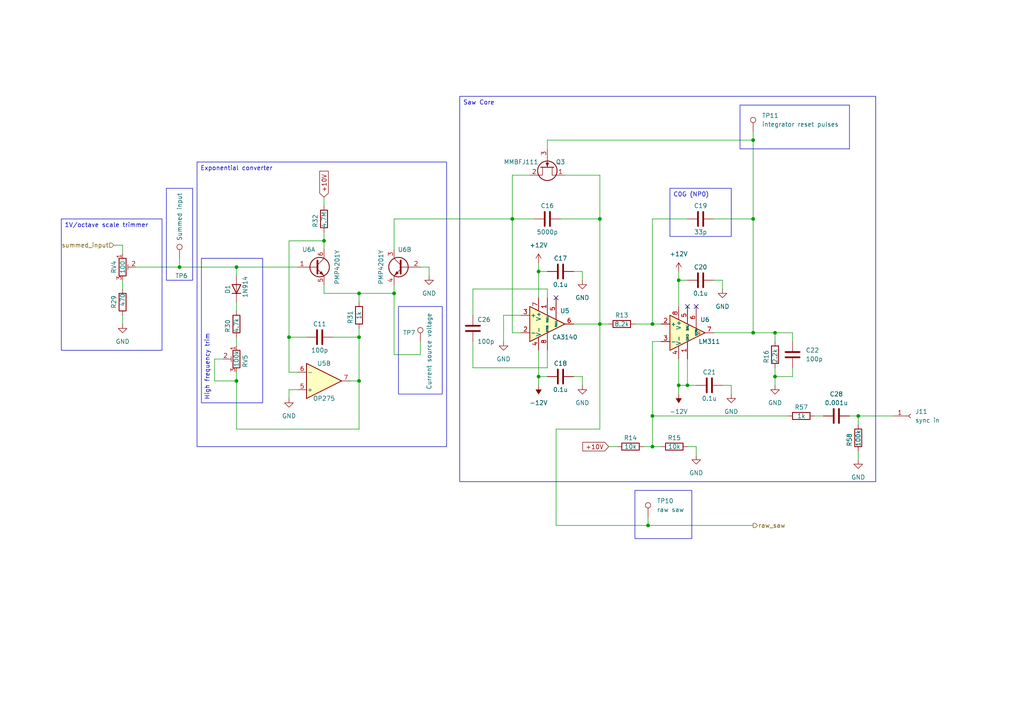
<source format=kicad_sch>
(kicad_sch (version 20230121) (generator eeschema)
  (paper "A4")
  (lib_symbols
    (symbol "Amplifier_Operational:CA3140" (pin_names (offset 0.127))
      (property "Reference" "U" (at 6.35 5.08 0))
      (property "Value" "CA3140" (at 6.35 2.54 0))
      (symbol "CA3140_0_1"
        (polyline (pts (xy -5.08 5.08) (xy 5.08 0) (xy -5.08 -5.08) (xy -5.08 5.08)) (stroke (width 0.254)) (fill (type background)))
      )
      (symbol "CA3140_1_1"
        (pin passive line (at 0 7.62 270) (length 5.08) (name "NULL") (number "1"))
        (pin input line (at -7.62 -2.54 0) (length 2.54) (name "-") (number "2"))
        (pin input line (at -7.62 2.54 0) (length 2.54) (name "+") (number "3"))
        (pin power_in line (at -2.54 -7.62 90) (length 3.81) (name "V-") (number "4"))
        (pin passive line (at 2.54 7.62 270) (length 6.35) (name "NULL") (number "5"))
        (pin output line (at 7.62 0 180) (length 2.54) (name "~") (number "6"))
        (pin power_in line (at -2.54 7.62 270) (length 3.81) (name "V+") (number "7"))
        (pin passive line (at 0 -7.62 90) (length 5.08) (name "STRB") (number "8"))
      )
    )
    (symbol "Amplifier_Operational:OP275" (pin_names (offset 0.127))
      (property "Reference" "U" (at 0 5.08 0))
      (property "Value" "OP275" (at 0 -5.08 0))
      (symbol "OP275_1_1"
        (polyline (pts (xy -5.08 5.08) (xy 5.08 0) (xy -5.08 -5.08) (xy -5.08 5.08)) (stroke (width 0.254)) (fill (type background)))
        (pin output line (at 7.62 0 180) (length 2.54) (name "~") (number "1"))
        (pin input line (at -7.62 -2.54 0) (length 2.54) (name "-") (number "2"))
        (pin input line (at -7.62 2.54 0) (length 2.54) (name "+") (number "3"))
      )
      (symbol "OP275_2_1"
        (polyline (pts (xy -5.08 5.08) (xy 5.08 0) (xy -5.08 -5.08) (xy -5.08 5.08)) (stroke (width 0.254)) (fill (type background)))
        (pin input line (at -7.62 2.54 0) (length 2.54) (name "+") (number "5"))
        (pin input line (at -7.62 -2.54 0) (length 2.54) (name "-") (number "6"))
        (pin output line (at 7.62 0 180) (length 2.54) (name "~") (number "7"))
      )
      (symbol "OP275_3_1"
        (pin power_in line (at -2.54 -7.62 90) (length 3.81) (name "V-") (number "4"))
        (pin power_in line (at -2.54 7.62 270) (length 3.81) (name "V+") (number "8"))
      )
    )
    (symbol "Comparator:LM311" (pin_names (offset 0.127))
      (property "Reference" "U" (at 3.81 6.35 0))
      (property "Value" "LM311" (at 3.81 3.81 0))
      (symbol "LM311_0_1"
        (polyline (pts (xy 5.08 0) (xy -5.08 5.08) (xy -5.08 -5.08) (xy 5.08 0)) (stroke (width 0.254)) (fill (type background)))
        (polyline (pts (xy 3.683 -0.381) (xy 3.302 -0.381) (xy 3.683 0) (xy 3.302 0.381) (xy 2.921 0) (xy 3.302 -0.381) (xy 2.921 -0.381)) (stroke (width 0.127)))
      )
      (symbol "LM311_1_1"
        (pin passive line (at 0 -7.62 90) (length 5.08) (name "GND") (number "1"))
        (pin input line (at -7.62 2.54 0) (length 2.54) (name "+") (number "2"))
        (pin input line (at -7.62 -2.54 0) (length 2.54) (name "-") (number "3"))
        (pin power_in line (at -2.54 -7.62 90) (length 3.81) (name "V-") (number "4"))
        (pin input line (at 0 7.62 270) (length 5.08) (name "BAL") (number "5"))
        (pin input line (at 2.54 7.62 270) (length 6.35) (name "STRB") (number "6"))
        (pin open_collector line (at 7.62 0 180) (length 2.54) (name "~") (number "7"))
        (pin power_in line (at -2.54 7.62 270) (length 3.81) (name "V+") (number "8"))
      )
    )
    (symbol "Connector:Conn_01x01_Socket" (pin_names (offset 1.016) hide)
      (property "Reference" "J" (at 0 2.54 0))
      (property "Value" "Conn_01x01_Socket" (at 0 -2.54 0))
      (symbol "Conn_01x01_Socket_1_1"
        (polyline (pts (xy -1.27 0) (xy -0.508 0)) (stroke (width 0.1524)))
        (arc (start 0 0.508) (mid -0.5058 0) (end 0 -0.508) (stroke (width 0.1524)))
        (pin passive line (at -5.08 0 0) (length 3.81) (name "Pin_1") (number "1"))
      )
    )
    (symbol "Connector:TestPoint" (pin_numbers hide) (pin_names (offset 0.762) hide)
      (property "Reference" "TP" (at 0 6.858 0))
      (property "Value" "TestPoint" (at 0 5.08 0))
      (symbol "TestPoint_0_1"
        (circle (center 0 3.302) (radius 0.762))
      )
      (symbol "TestPoint_1_1"
        (pin passive line (at 0 0 90) (length 2.54) (name "1") (number "1"))
      )
    )
    (symbol "Device:C" (pin_numbers hide) (pin_names (offset 0.254))
      (property "Reference" "C" (at 0.635 2.54 0))
      (property "Value" "C" (at 0.635 -2.54 0))
      (symbol "C_0_1"
        (polyline (pts (xy -2.032 -0.762) (xy 2.032 -0.762)) (stroke (width 0.508)))
        (polyline (pts (xy -2.032 0.762) (xy 2.032 0.762)) (stroke (width 0.508)))
      )
      (symbol "C_1_1"
        (pin passive line (at 0 3.81 270) (length 2.794) (name "~") (number "1"))
        (pin passive line (at 0 -3.81 90) (length 2.794) (name "~") (number "2"))
      )
    )
    (symbol "Device:D" (pin_numbers hide) (pin_names (offset 1.016) hide)
      (property "Reference" "D" (at 0 2.54 0))
      (property "Value" "D" (at 0 -2.54 0))
      (symbol "D_0_1"
        (polyline (pts (xy -1.27 1.27) (xy -1.27 -1.27)) (stroke (width 0.254)))
        (polyline (pts (xy 1.27 0) (xy -1.27 0)))
        (polyline (pts (xy 1.27 1.27) (xy 1.27 -1.27) (xy -1.27 0) (xy 1.27 1.27)) (stroke (width 0.254)))
      )
      (symbol "D_1_1"
        (pin passive line (at -3.81 0 0) (length 2.54) (name "K") (number "1"))
        (pin passive line (at 3.81 0 180) (length 2.54) (name "A") (number "2"))
      )
    )
    (symbol "Device:R" (pin_numbers hide) (pin_names (offset 0))
      (property "Reference" "R" (at 2.032 0 90))
      (property "Value" "R" (at 0 0 90))
      (symbol "R_0_1"
        (rectangle (start -1.016 -2.54) (end 1.016 2.54) (stroke (width 0.254)))
      )
      (symbol "R_1_1"
        (pin passive line (at 0 3.81 270) (length 1.27) (name "~") (number "1"))
        (pin passive line (at 0 -3.81 90) (length 1.27) (name "~") (number "2"))
      )
    )
    (symbol "Device:R_Potentiometer_Trim" (pin_names (offset 1.016) hide)
      (property "Reference" "RV" (at -4.445 0 90))
      (property "Value" "R_Potentiometer_Trim" (at -2.54 0 90))
      (symbol "R_Potentiometer_Trim_0_1"
        (polyline (pts (xy 1.524 0.762) (xy 1.524 -0.762)))
        (polyline (pts (xy 2.54 0) (xy 1.524 0)))
        (rectangle (start 1.016 2.54) (end -1.016 -2.54) (stroke (width 0.254)))
      )
      (symbol "R_Potentiometer_Trim_1_1"
        (pin passive line (at 0 3.81 270) (length 1.27) (name "1") (number "1"))
        (pin passive line (at 3.81 0 180) (length 1.27) (name "2") (number "2"))
        (pin passive line (at 0 -3.81 90) (length 1.27) (name "3") (number "3"))
      )
    )
    (symbol "PMP4201Y_1"
      (property "Reference" "U" (at -2.54 3.81 0))
      (property "Value" "PMP4201Y" (at 6.35 0 90))
      (symbol "PMP4201Y_1_0_1"
        (polyline (pts (xy -2.54 0) (xy 0.635 0)) (stroke (width 0.1524)))
        (polyline (pts (xy 0.635 0.635) (xy 2.54 2.54)))
        (polyline (pts (xy 2.794 -1.27) (xy 2.794 -1.27)) (stroke (width 0.1524)))
        (polyline (pts (xy 2.794 -1.27) (xy 2.794 -1.27)) (stroke (width 0.1524)))
        (polyline (pts (xy 0.635 -0.635) (xy 2.54 -2.54) (xy 2.54 -2.54)))
        (polyline (pts (xy 0.635 1.905) (xy 0.635 -1.905) (xy 0.635 -1.905)) (stroke (width 0.508)))
        (polyline (pts (xy 1.27 -1.778) (xy 1.778 -1.27) (xy 2.286 -2.286) (xy 1.27 -1.778) (xy 1.27 -1.778)) (fill (type outline)))
        (circle (center 1.27 0) (radius 2.8194) (stroke (width 0.254)))
      )
      (symbol "PMP4201Y_1_1_1"
        (pin input line (at -5.08 0 0) (length 2.54) (name "") (number "1"))
        (pin open_emitter line (at 2.54 -5.08 90) (length 2.54) (name "") (number "5"))
        (pin open_collector line (at 2.54 5.08 270) (length 2.54) (name "") (number "6"))
      )
      (symbol "PMP4201Y_1_2_1"
        (pin input line (at -5.08 0 0) (length 2.54) (name "") (number "2"))
        (pin open_emitter line (at 2.54 5.08 270) (length 2.54) (name "") (number "3"))
        (pin open_emitter line (at 2.54 -5.08 90) (length 2.54) (name "") (number "4"))
      )
    )
    (symbol "Transistor_FET:MMBFJ111" (pin_names hide)
      (property "Reference" "Q" (at 5.08 1.905 0))
      (property "Value" "MMBFJ111" (at 5.08 0 0))
      (symbol "MMBFJ111_0_1"
        (polyline (pts (xy 0.254 0) (xy -2.54 0)))
        (polyline (pts (xy 0.254 1.905) (xy 0.254 -1.905)) (stroke (width 0.254)))
        (polyline (pts (xy 2.54 -2.54) (xy 2.54 -1.397) (xy 0.254 -1.397)))
        (polyline (pts (xy 2.54 2.54) (xy 2.54 1.397) (xy 0.254 1.397)))
        (polyline (pts (xy 0 0) (xy -1.016 0.381) (xy -1.016 -0.381) (xy 0 0)) (fill (type outline)))
        (circle (center 1.27 0) (radius 2.8194) (stroke (width 0.254)))
      )
      (symbol "MMBFJ111_1_1"
        (pin passive line (at 2.54 5.08 270) (length 2.54) (name "D") (number "1"))
        (pin passive line (at 2.54 -5.08 90) (length 2.54) (name "S") (number "2"))
        (pin input line (at -5.08 0 0) (length 2.54) (name "G") (number "3"))
      )
    )
    (symbol "mine:PMP4201Y"
      (property "Reference" "U" (at -2.54 3.81 0))
      (property "Value" "PMP4201Y" (at 6.35 0 90))
      (symbol "PMP4201Y_0_1"
        (polyline (pts (xy -2.54 0) (xy 0.635 0)) (stroke (width 0.1524)))
        (polyline (pts (xy 0.635 0.635) (xy 2.54 2.54)))
        (polyline (pts (xy 2.794 -1.27) (xy 2.794 -1.27)) (stroke (width 0.1524)))
        (polyline (pts (xy 2.794 -1.27) (xy 2.794 -1.27)) (stroke (width 0.1524)))
        (polyline (pts (xy 0.635 -0.635) (xy 2.54 -2.54) (xy 2.54 -2.54)))
        (polyline (pts (xy 0.635 1.905) (xy 0.635 -1.905) (xy 0.635 -1.905)) (stroke (width 0.508)))
        (polyline (pts (xy 1.27 -1.778) (xy 1.778 -1.27) (xy 2.286 -2.286) (xy 1.27 -1.778) (xy 1.27 -1.778)) (fill (type outline)))
        (circle (center 1.27 0) (radius 2.8194) (stroke (width 0.254)))
      )
      (symbol "PMP4201Y_1_1"
        (pin input line (at -5.08 0 0) (length 2.54) (name "") (number "1"))
        (pin open_emitter line (at 2.54 -5.08 90) (length 2.54) (name "") (number "5"))
        (pin open_collector line (at 2.54 5.08 270) (length 2.54) (name "") (number "6"))
      )
      (symbol "PMP4201Y_2_1"
        (pin input line (at -5.08 0 0) (length 2.54) (name "") (number "2"))
        (pin open_emitter line (at 2.54 5.08 270) (length 2.54) (name "") (number "3"))
        (pin open_emitter line (at 2.54 -5.08 90) (length 2.54) (name "") (number "4"))
      )
    )
    (symbol "power:+12V" (power) (pin_names (offset 0))
      (property "Value" "+12V" (at 0 3.556 0))
      (symbol "+12V_0_1"
        (polyline (pts (xy -0.762 1.27) (xy 0 2.54)))
        (polyline (pts (xy 0 0) (xy 0 2.54)))
        (polyline (pts (xy 0 2.54) (xy 0.762 1.27)))
      )
      (symbol "+12V_1_1"
        (pin power_in line (at 0 0 90) (length 0) hide (name "+12V") (number "1"))
      )
    )
    (symbol "power:-12V" (power) (pin_names (offset 0))
      (property "Value" "-12V" (at 0 3.81 0))
      (symbol "-12V_0_0"
        (pin power_in line (at 0 0 90) (length 0) hide (name "-12V") (number "1"))
      )
      (symbol "-12V_0_1"
        (polyline (pts (xy 0 0) (xy 0 1.27) (xy 0.762 1.27) (xy 0 2.54) (xy -0.762 1.27) (xy 0 1.27)) (fill (type outline)))
      )
    )
    (symbol "power:GND" (power) (pin_names (offset 0))
      (property "Value" "GND" (at 0 -3.81 0))
      (symbol "GND_0_1"
        (polyline (pts (xy 0 0) (xy 0 -1.27) (xy 1.27 -1.27) (xy 0 -2.54) (xy -1.27 -1.27) (xy 0 -1.27)))
      )
      (symbol "GND_1_1"
        (pin power_in line (at 0 0 270) (length 0) hide (name "GND") (number "1"))
      )
    )
  )
  (junction (at 248.92 120.65))
  (junction (at 104.14 85.09))
  (junction (at 224.79 109.22))
  (junction (at 114.3 85.09))
  (junction (at 52.07 77.47))
  (junction (at 93.98 69.85))
  (junction (at 196.85 81.28))
  (junction (at 189.23 129.54))
  (junction (at 187.96 152.4))
  (junction (at 218.44 96.52))
  (junction (at 156.21 78.74))
  (junction (at 218.44 63.5))
  (junction (at 224.79 96.52))
  (junction (at 68.58 110.49))
  (junction (at 218.44 40.64))
  (junction (at 189.23 93.98))
  (junction (at 104.14 97.79))
  (junction (at 156.21 109.22))
  (junction (at 173.99 93.98))
  (junction (at 148.59 63.5))
  (junction (at 173.99 63.5))
  (junction (at 104.14 110.49))
  (junction (at 196.85 111.76))
  (junction (at 83.82 97.79))
  (junction (at 189.23 120.65))
  (junction (at 199.39 111.76))
  (junction (at 68.58 77.47))
  (no_connect (at 161.29 86.36))
  (no_connect (at 201.93 88.9))
  (no_connect (at 199.39 88.9))
  (wire (pts (xy 148.59 96.52) (xy 151.13 96.52)))
  (wire (pts (xy 218.44 38.1) (xy 218.44 40.64)))
  (wire (pts (xy 101.6 110.49) (xy 104.14 110.49)))
  (wire (pts (xy 201.93 129.54) (xy 201.93 132.08)))
  (wire (pts (xy 93.98 57.15) (xy 93.98 59.69)))
  (wire (pts (xy 212.09 111.76) (xy 212.09 114.3)))
  (wire (pts (xy 199.39 129.54) (xy 201.93 129.54)))
  (wire (pts (xy 173.99 50.8) (xy 173.99 63.5)))
  (wire (pts (xy 158.75 40.64) (xy 158.75 43.18)))
  (wire (pts (xy 173.99 124.46) (xy 161.29 124.46)))
  (wire (pts (xy 114.3 102.87) (xy 121.92 102.87)))
  (wire (pts (xy 196.85 111.76) (xy 199.39 111.76)))
  (wire (pts (xy 137.16 99.06) (xy 137.16 106.68)))
  (wire (pts (xy 104.14 97.79) (xy 104.14 95.25)))
  (wire (pts (xy 35.56 91.44) (xy 35.56 93.98)))
  (wire (pts (xy 209.55 111.76) (xy 212.09 111.76)))
  (wire (pts (xy 62.23 104.14) (xy 62.23 110.49)))
  (wire (pts (xy 196.85 78.74) (xy 196.85 81.28)))
  (wire (pts (xy 137.16 83.82) (xy 158.75 83.82)))
  (wire (pts (xy 114.3 85.09) (xy 114.3 82.55)))
  (wire (pts (xy 83.82 97.79) (xy 83.82 69.85)))
  (wire (pts (xy 86.36 113.03) (xy 83.82 113.03)))
  (wire (pts (xy 64.77 104.14) (xy 62.23 104.14)))
  (wire (pts (xy 209.55 81.28) (xy 207.01 81.28)))
  (wire (pts (xy 96.52 97.79) (xy 104.14 97.79)))
  (wire (pts (xy 173.99 63.5) (xy 162.56 63.5)))
  (wire (pts (xy 248.92 130.81) (xy 248.92 133.35)))
  (wire (pts (xy 218.44 96.52) (xy 224.79 96.52)))
  (wire (pts (xy 173.99 63.5) (xy 173.99 93.98)))
  (wire (pts (xy 86.36 107.95) (xy 83.82 107.95)))
  (wire (pts (xy 156.21 76.2) (xy 156.21 78.74)))
  (wire (pts (xy 156.21 101.6) (xy 156.21 109.22)))
  (wire (pts (xy 161.29 124.46) (xy 161.29 152.4)))
  (wire (pts (xy 191.77 99.06) (xy 189.23 99.06)))
  (wire (pts (xy 158.75 78.74) (xy 156.21 78.74)))
  (wire (pts (xy 93.98 67.31) (xy 93.98 69.85)))
  (wire (pts (xy 207.01 96.52) (xy 218.44 96.52)))
  (wire (pts (xy 35.56 81.28) (xy 35.56 83.82)))
  (wire (pts (xy 114.3 63.5) (xy 114.3 72.39)))
  (wire (pts (xy 189.23 120.65) (xy 228.6 120.65)))
  (wire (pts (xy 114.3 85.09) (xy 114.3 102.87)))
  (wire (pts (xy 83.82 107.95) (xy 83.82 97.79)))
  (wire (pts (xy 153.67 50.8) (xy 148.59 50.8)))
  (wire (pts (xy 229.87 96.52) (xy 229.87 99.06)))
  (wire (pts (xy 146.05 91.44) (xy 146.05 99.06)))
  (wire (pts (xy 224.79 106.68) (xy 224.79 109.22)))
  (wire (pts (xy 68.58 87.63) (xy 68.58 90.17)))
  (wire (pts (xy 246.38 120.65) (xy 248.92 120.65)))
  (wire (pts (xy 224.79 109.22) (xy 224.79 111.76)))
  (wire (pts (xy 189.23 93.98) (xy 191.77 93.98)))
  (wire (pts (xy 121.92 102.87) (xy 121.92 99.06)))
  (wire (pts (xy 196.85 111.76) (xy 196.85 114.3)))
  (wire (pts (xy 52.07 77.47) (xy 68.58 77.47)))
  (wire (pts (xy 121.92 77.47) (xy 124.46 77.47)))
  (wire (pts (xy 158.75 101.6) (xy 158.75 106.68)))
  (wire (pts (xy 229.87 109.22) (xy 224.79 109.22)))
  (wire (pts (xy 184.15 93.98) (xy 189.23 93.98)))
  (wire (pts (xy 124.46 77.47) (xy 124.46 80.01)))
  (wire (pts (xy 199.39 81.28) (xy 196.85 81.28)))
  (wire (pts (xy 156.21 109.22) (xy 158.75 109.22)))
  (wire (pts (xy 104.14 85.09) (xy 104.14 87.63)))
  (wire (pts (xy 199.39 63.5) (xy 189.23 63.5)))
  (wire (pts (xy 161.29 152.4) (xy 187.96 152.4)))
  (wire (pts (xy 189.23 63.5) (xy 189.23 93.98)))
  (wire (pts (xy 137.16 91.44) (xy 137.16 83.82)))
  (wire (pts (xy 148.59 50.8) (xy 148.59 63.5)))
  (wire (pts (xy 93.98 69.85) (xy 93.98 72.39)))
  (wire (pts (xy 39.37 77.47) (xy 52.07 77.47)))
  (wire (pts (xy 68.58 110.49) (xy 68.58 124.46)))
  (wire (pts (xy 104.14 110.49) (xy 104.14 124.46)))
  (wire (pts (xy 168.91 78.74) (xy 166.37 78.74)))
  (wire (pts (xy 35.56 71.12) (xy 35.56 73.66)))
  (wire (pts (xy 168.91 81.28) (xy 168.91 78.74)))
  (wire (pts (xy 93.98 82.55) (xy 93.98 85.09)))
  (wire (pts (xy 189.23 120.65) (xy 189.23 129.54)))
  (wire (pts (xy 199.39 104.14) (xy 199.39 111.76)))
  (wire (pts (xy 68.58 77.47) (xy 86.36 77.47)))
  (wire (pts (xy 166.37 109.22) (xy 168.91 109.22)))
  (wire (pts (xy 199.39 111.76) (xy 201.93 111.76)))
  (wire (pts (xy 158.75 86.36) (xy 158.75 83.82)))
  (wire (pts (xy 104.14 110.49) (xy 104.14 97.79)))
  (wire (pts (xy 218.44 63.5) (xy 218.44 96.52)))
  (wire (pts (xy 156.21 78.74) (xy 156.21 86.36)))
  (wire (pts (xy 191.77 129.54) (xy 189.23 129.54)))
  (wire (pts (xy 68.58 97.79) (xy 68.58 100.33)))
  (wire (pts (xy 209.55 83.82) (xy 209.55 81.28)))
  (wire (pts (xy 176.53 129.54) (xy 179.07 129.54)))
  (wire (pts (xy 62.23 110.49) (xy 68.58 110.49)))
  (wire (pts (xy 207.01 63.5) (xy 218.44 63.5)))
  (wire (pts (xy 114.3 63.5) (xy 148.59 63.5)))
  (wire (pts (xy 83.82 69.85) (xy 93.98 69.85)))
  (wire (pts (xy 196.85 104.14) (xy 196.85 111.76)))
  (wire (pts (xy 248.92 120.65) (xy 248.92 123.19)))
  (wire (pts (xy 218.44 40.64) (xy 218.44 63.5)))
  (wire (pts (xy 224.79 96.52) (xy 229.87 96.52)))
  (wire (pts (xy 229.87 106.68) (xy 229.87 109.22)))
  (wire (pts (xy 248.92 120.65) (xy 259.08 120.65)))
  (wire (pts (xy 173.99 93.98) (xy 176.53 93.98)))
  (wire (pts (xy 189.23 99.06) (xy 189.23 120.65)))
  (wire (pts (xy 83.82 97.79) (xy 88.9 97.79)))
  (wire (pts (xy 236.22 120.65) (xy 238.76 120.65)))
  (wire (pts (xy 148.59 63.5) (xy 148.59 96.52)))
  (wire (pts (xy 163.83 50.8) (xy 173.99 50.8)))
  (wire (pts (xy 166.37 93.98) (xy 173.99 93.98)))
  (wire (pts (xy 186.69 129.54) (xy 189.23 129.54)))
  (wire (pts (xy 93.98 85.09) (xy 104.14 85.09)))
  (wire (pts (xy 187.96 152.4) (xy 218.44 152.4)))
  (wire (pts (xy 173.99 93.98) (xy 173.99 124.46)))
  (wire (pts (xy 224.79 96.52) (xy 224.79 99.06)))
  (wire (pts (xy 154.94 63.5) (xy 148.59 63.5)))
  (wire (pts (xy 158.75 40.64) (xy 218.44 40.64)))
  (wire (pts (xy 104.14 124.46) (xy 68.58 124.46)))
  (wire (pts (xy 83.82 113.03) (xy 83.82 115.57)))
  (wire (pts (xy 104.14 85.09) (xy 114.3 85.09)))
  (wire (pts (xy 156.21 109.22) (xy 156.21 111.76)))
  (wire (pts (xy 168.91 109.22) (xy 168.91 111.76)))
  (wire (pts (xy 68.58 77.47) (xy 68.58 80.01)))
  (wire (pts (xy 187.96 149.86) (xy 187.96 152.4)))
  (wire (pts (xy 137.16 106.68) (xy 158.75 106.68)))
  (wire (pts (xy 196.85 81.28) (xy 196.85 88.9)))
  (wire (pts (xy 33.02 71.12) (xy 35.56 71.12)))
  (wire (pts (xy 151.13 91.44) (xy 146.05 91.44)))
  (wire (pts (xy 68.58 110.49) (xy 68.58 107.95)))
  (wire (pts (xy 52.07 74.93) (xy 52.07 77.47)))
  (rectangle (start 184.15 142.24) (end 200.66 156.21))
  (rectangle (start 214.63 30.48) (end 246.38 43.18))
  (rectangle (start 48.26 54.61) (end 55.88 81.28))
  (rectangle (start 115.57 88.9) (end 128.27 114.3))
  (text_box "Exponential converter" (at 57.15 46.99 0) (size 72.39 82.55) (effects (font (size 1.27 1.27)) (justify left top)))
  (text_box "1V/octave scale trimmer" (at 17.78 63.5 0) (size 29.21 38.1) (effects (font (size 1.27 1.27)) (justify left top)))
  (text_box "C0G (NP0)" (at 194.31 54.61 0) (size 17.78 13.97) (effects (font (size 1.27 1.27)) (justify left top)))
  (text_box "High frequency trim" (at 58.42 74.93 90) (size 17.78 41.91) (effects (font (size 1.27 1.27)) (justify left top)))
  (text_box "Saw Core" (at 133.35 27.94 0) (size 120.65 111.76) (effects (font (size 1.27 1.27)) (justify left top)))
  (global_label "+10V" (shape input) (at 93.98 57.15 90) (property "Intersheetrefs" "${INTERSHEET_REFS}" (effects hide)))
  (global_label "+10V" (shape input) (at 176.53 129.54 180) (property "Intersheetrefs" "${INTERSHEET_REFS}" (effects hide)))
  (hierarchical_label "summed_input" (shape input) (at 33.02 71.12 180))
  (hierarchical_label "raw_saw" (shape output) (at 218.44 152.4 0))
  (symbol (lib_id "Connector:Conn_01x01_Socket") (at 264.16 120.65 0) (unit 1)
    (property "Reference" "J11" (at 265.43 119.38 0) (effects (justify left)))
    (property "Value" "sync in" (at 265.43 121.92 0) (effects (justify left)))
    (property "Footprint" "Mine:Connector_1x1_1.5mm" (effects hide))
  )
  (symbol (lib_id "Device:R") (at 35.56 87.63 0) (unit 1)
    (property "Reference" "R29" (at 33.02 89.535 90) (effects (justify left)))
    (property "Value" "470" (at 35.56 88.9 90) (effects (justify left)))
    (property "Footprint" "Resistor_SMD:R_0805_2012Metric_Pad1.20x1.40mm_HandSolder" (effects hide))
  )
  (symbol (lib_id "power:GND") (at 212.09 114.3 0) (unit 1)
    (property "Reference" "#PWR042" (effects hide))
    (property "Value" "GND" (at 212.09 119.38 0))
    (instances (project "fet-test" (path "" (reference "#PWR042") (unit 1))) (project "vco_1" (path "" (reference "#PWR031") (unit 1))))
  )
  (symbol (lib_id "Device:R") (at 104.14 91.44 0) (unit 1)
    (property "Reference" "R31" (at 101.6 93.98 90) (effects (justify left)))
    (property "Value" "1k" (at 104.14 92.71 90) (effects (justify left)))
    (property "Footprint" "Resistor_SMD:R_0805_2012Metric_Pad1.20x1.40mm_HandSolder" (effects hide))
  )
  (symbol (lib_id "Amplifier_Operational:CA3140") (at 158.75 93.98 0) (unit 1)
    (property "Reference" "U5" (at 163.83 90.17 0))
    (property "Value" "CA3140" (at 163.83 97.79 0))
    (property "Footprint" "Package_SO:SOIC-8_3.9x4.9mm_P1.27mm" (effects hide))
    (property "Datasheet" "http://www.intersil.com/content/dam/intersil/documents/ca31/ca3140-a.pdf" (effects hide))
    (instances (project "fet-test" (path "" (reference "U5") (unit 1))) (project "vco_1" (path "" (reference "U7") (unit 1))))
  )
  (symbol (lib_id "power:GND") (at 83.82 115.57 0) (unit 1)
    (property "Reference" "#PWR017" (effects hide))
    (property "Value" "GND" (at 83.82 120.65 0))
  )
  (symbol (lib_name "PMP4201Y_1") (lib_id "mine:PMP4201Y") (at 91.44 77.47 0) (unit 1)
    (property "Reference" "U6" (at 87.63 72.39 0) (effects (justify left)))
    (property "Value" "PMP4201Y" (at 97.79 82.55 90) (effects (justify left)))
    (property "Footprint" "Package_TO_SOT_SMD:SOT-363_SC-70-6_Handsoldering" (effects hide))
  )
  (symbol (lib_id "power:GND") (at 124.46 80.01 0) (unit 1)
    (property "Reference" "#PWR018" (effects hide))
    (property "Value" "GND" (at 124.46 85.09 0))
  )
  (symbol (lib_id "Connector:TestPoint") (at 218.44 38.1 0) (unit 1)
    (property "Reference" "TP11" (at 220.98 33.528 0) (effects (justify left)))
    (property "Value" "integrator reset pulses" (at 220.98 36.068 0) (effects (justify left)))
    (property "Footprint" "Mine:Connector_1x1_1.5mm" (effects hide))
  )
  (symbol (lib_id "Device:R") (at 68.58 93.98 0) (unit 1)
    (property "Reference" "R30" (at 66.04 96.52 90) (effects (justify left)))
    (property "Value" "4.7k" (at 68.58 96.52 90) (effects (justify left)))
    (property "Footprint" "Resistor_SMD:R_0805_2012Metric_Pad1.20x1.40mm_HandSolder" (effects hide))
  )
  (symbol (lib_id "mine:PMP4201Y") (at 116.84 77.47 0) (mirror y) (unit 2)
    (property "Reference" "U6" (at 119.38 72.39 0) (effects (justify left)))
    (property "Value" "PMP4201Y" (at 110.49 82.55 90) (effects (justify left)))
    (property "Footprint" "Package_TO_SOT_SMD:SOT-363_SC-70-6_Handsoldering" (effects hide))
  )
  (symbol (lib_id "Device:R") (at 224.79 102.87 0) (unit 1)
    (property "Reference" "R16" (at 222.25 105.41 90) (effects (justify left)))
    (property "Value" "2.2k" (at 224.79 105.41 90) (effects (justify left)))
    (property "Footprint" "Resistor_SMD:R_0805_2012Metric_Pad1.20x1.40mm_HandSolder" (effects hide))
    (instances (project "fet-test" (path "" (reference "R16") (unit 1))) (project "vco_1" (path "" (reference "R44") (unit 1))))
  )
  (symbol (lib_id "Device:R_Potentiometer_Trim") (at 35.56 77.47 0) (unit 1)
    (property "Reference" "RV4" (at 33.02 75.565 90) (effects (justify right)))
    (property "Value" "100" (at 35.56 75.565 90) (effects (justify right)))
    (property "Footprint" "Potentiometer_THT:Potentiometer_Bourns_3006P_Horizontal" (effects hide))
  )
  (symbol (lib_id "power:-12V") (at 196.85 114.3 180) (unit 1)
    (property "Reference" "#PWR039" (effects hide))
    (property "Value" "-12V" (at 196.85 119.38 0))
    (instances (project "fet-test" (path "" (reference "#PWR039") (unit 1))) (project "vco_1" (path "" (reference "#PWR028") (unit 1))))
  )
  (symbol (lib_id "Device:C") (at 92.71 97.79 90) (unit 1)
    (property "Reference" "C11" (at 92.71 93.98 90))
    (property "Value" "100p" (at 92.71 101.6 90))
    (property "Footprint" "Capacitor_SMD:C_0805_2012Metric_Pad1.18x1.45mm_HandSolder" (effects hide))
  )
  (symbol (lib_id "Comparator:LM311") (at 199.39 96.52 0) (unit 1)
    (property "Reference" "U6" (at 204.47 92.71 0))
    (property "Value" "LM311" (at 205.74 99.06 0))
    (property "Footprint" "Package_SO:SOIC-8_3.9x4.9mm_P1.27mm" (effects hide))
    (property "Datasheet" "https://www.st.com/resource/en/datasheet/lm311.pdf" (effects hide))
    (instances (project "fet-test" (path "" (reference "U6") (unit 1))) (project "vco_1" (path "" (reference "U8") (unit 1))))
  )
  (symbol (lib_id "power:GND") (at 209.55 83.82 0) (unit 1)
    (property "Reference" "#PWR041" (effects hide))
    (property "Value" "GND" (at 209.55 88.9 0))
    (instances (project "fet-test" (path "" (reference "#PWR041") (unit 1))) (project "vco_1" (path "" (reference "#PWR030") (unit 1))))
  )
  (symbol (lib_id "Amplifier_Operational:OP275") (at 93.98 110.49 0) (mirror x) (unit 2)
    (property "Reference" "U5" (at 93.98 105.41 0))
    (property "Value" "OP275" (at 93.98 115.57 0))
    (property "Footprint" "Package_SO:SOIC-8_3.9x4.9mm_P1.27mm" (effects hide))
    (property "Datasheet" "https://www.analog.com/media/en/technical-documentation/data-sheets/OP275.pdf" (effects hide))
  )
  (symbol (lib_id "Connector:TestPoint") (at 187.96 149.86 0) (unit 1)
    (property "Reference" "TP10" (at 190.5 145.288 0) (effects (justify left)))
    (property "Value" "raw saw" (at 190.5 147.828 0) (effects (justify left)))
    (property "Footprint" "Mine:Connector_1x1_1.5mm" (effects hide))
  )
  (symbol (lib_id "Device:C") (at 229.87 102.87 0) (unit 1)
    (property "Reference" "C22" (at 233.68 101.6 0) (effects (justify left)))
    (property "Value" "100p" (at 233.68 104.14 0) (effects (justify left)))
    (property "Footprint" "Capacitor_SMD:C_0805_2012Metric_Pad1.18x1.45mm_HandSolder" (effects hide))
    (instances (project "fet-test" (path "" (reference "C22") (unit 1))) (project "vco_1" (path "" (reference "C20") (unit 1))))
  )
  (symbol (lib_id "Device:C") (at 205.74 111.76 90) (unit 1)
    (property "Reference" "C21" (at 205.74 107.95 90))
    (property "Value" "0.1u" (at 205.74 115.57 90))
    (property "Footprint" "Capacitor_SMD:C_0805_2012Metric_Pad1.18x1.45mm_HandSolder" (effects hide))
    (instances (project "fet-test" (path "" (reference "C21") (unit 1))) (project "vco_1" (path "" (reference "C19") (unit 1))))
  )
  (symbol (lib_id "Device:R") (at 182.88 129.54 90) (unit 1)
    (property "Reference" "R14" (at 182.88 127 90))
    (property "Value" "10k" (at 182.88 129.54 90))
    (property "Footprint" "Resistor_SMD:R_0805_2012Metric_Pad1.20x1.40mm_HandSolder" (effects hide))
    (instances (project "fet-test" (path "" (reference "R14") (unit 1))) (project "vco_1" (path "" (reference "R41") (unit 1))))
  )
  (symbol (lib_id "power:GND") (at 224.79 111.76 0) (unit 1)
    (property "Reference" "#PWR032" (effects hide))
    (property "Value" "GND" (at 224.79 116.84 0))
  )
  (symbol (lib_id "Device:C") (at 203.2 63.5 90) (unit 1)
    (property "Reference" "C19" (at 203.2 59.69 90))
    (property "Value" "33p" (at 203.2 67.31 90))
    (property "Footprint" "Capacitor_SMD:C_0805_2012Metric_Pad1.18x1.45mm_HandSolder" (effects hide))
    (instances (project "fet-test" (path "" (reference "C19") (unit 1))) (project "vco_1" (path "" (reference "C17") (unit 1))))
  )
  (symbol (lib_id "power:GND") (at 201.93 132.08 0) (unit 1)
    (property "Reference" "#PWR040" (effects hide))
    (property "Value" "GND" (at 201.93 137.16 0))
    (instances (project "fet-test" (path "" (reference "#PWR040") (unit 1))) (project "vco_1" (path "" (reference "#PWR029") (unit 1))))
  )
  (symbol (lib_id "power:GND") (at 146.05 99.06 0) (unit 1)
    (property "Reference" "#PWR032" (effects hide))
    (property "Value" "GND" (at 146.05 104.14 0))
    (instances (project "fet-test" (path "" (reference "#PWR032") (unit 1))) (project "vco_1" (path "" (reference "#PWR020") (unit 1))))
  )
  (symbol (lib_id "power:-12V") (at 156.21 111.76 180) (unit 1)
    (property "Reference" "#PWR034" (effects hide))
    (property "Value" "-12V" (at 156.21 116.84 0))
    (instances (project "fet-test" (path "" (reference "#PWR034") (unit 1))) (project "vco_1" (path "" (reference "#PWR022") (unit 1))))
  )
  (symbol (lib_id "power:+12V") (at 196.85 78.74 0) (unit 1)
    (property "Reference" "#PWR038" (effects hide))
    (property "Value" "+12V" (at 196.85 73.66 0))
    (instances (project "fet-test" (path "" (reference "#PWR038") (unit 1))) (project "vco_1" (path "" (reference "#PWR027") (unit 1))))
  )
  (symbol (lib_id "power:GND") (at 168.91 81.28 0) (unit 1)
    (property "Reference" "#PWR035" (effects hide))
    (property "Value" "GND" (at 168.91 86.36 0))
    (instances (project "fet-test" (path "" (reference "#PWR035") (unit 1))) (project "vco_1" (path "" (reference "#PWR023") (unit 1))))
  )
  (symbol (lib_id "Device:R") (at 195.58 129.54 90) (unit 1)
    (property "Reference" "R15" (at 195.58 127 90))
    (property "Value" "10k" (at 195.58 129.54 90))
    (property "Footprint" "Resistor_SMD:R_0805_2012Metric_Pad1.20x1.40mm_HandSolder" (effects hide))
    (instances (project "fet-test" (path "" (reference "R15") (unit 1))) (project "vco_1" (path "" (reference "R42") (unit 1))))
  )
  (symbol (lib_id "Connector:TestPoint") (at 121.92 99.06 0) (unit 1)
    (property "Reference" "TP7" (at 116.84 96.52 0) (effects (justify left)))
    (property "Value" "Current source voltage" (at 124.46 113.03 90) (effects (justify left)))
    (property "Footprint" "Mine:Connector_1x1_1.5mm" (effects hide))
  )
  (symbol (lib_id "Connector:TestPoint") (at 52.07 74.93 0) (unit 1)
    (property "Reference" "TP6" (at 50.8 80.01 0) (effects (justify left)))
    (property "Value" "Summed input" (at 52.07 69.85 90) (effects (justify left)))
    (property "Footprint" "Mine:Connector_1x1_1.5mm" (effects hide))
  )
  (symbol (lib_id "Transistor_FET:MMBFJ111") (at 158.75 48.26 270) (unit 1)
    (property "Reference" "Q3" (at 162.56 46.99 90))
    (property "Value" "MMBFJ111" (at 151.13 46.99 90))
    (property "Footprint" "Package_TO_SOT_SMD:SOT-23" (effects hide))
    (property "Datasheet" "https://www.onsemi.com/pub/Collateral/MMBFJ113-D.PDF" (effects hide))
  )
  (symbol (lib_id "Device:R") (at 180.34 93.98 90) (unit 1)
    (property "Reference" "R13" (at 180.34 91.44 90))
    (property "Value" "8.2k" (at 180.34 93.98 90))
    (property "Footprint" "Resistor_SMD:R_0805_2012Metric_Pad1.20x1.40mm_HandSolder" (effects hide))
    (instances (project "fet-test" (path "" (reference "R13") (unit 1))) (project "vco_1" (path "" (reference "R40") (unit 1))))
  )
  (symbol (lib_id "Device:C") (at 203.2 81.28 90) (unit 1)
    (property "Reference" "C20" (at 203.2 77.47 90))
    (property "Value" "0.1u" (at 203.2 85.09 90))
    (property "Footprint" "Capacitor_SMD:C_0805_2012Metric_Pad1.18x1.45mm_HandSolder" (effects hide))
    (instances (project "fet-test" (path "" (reference "C20") (unit 1))) (project "vco_1" (path "" (reference "C18") (unit 1))))
  )
  (symbol (lib_id "Device:C") (at 162.56 78.74 90) (unit 1)
    (property "Reference" "C17" (at 162.56 74.93 90))
    (property "Value" "0.1u" (at 162.56 82.55 90))
    (property "Footprint" "Capacitor_SMD:C_0805_2012Metric_Pad1.18x1.45mm_HandSolder" (effects hide))
    (instances (project "fet-test" (path "" (reference "C17") (unit 1))) (project "vco_1" (path "" (reference "C14") (unit 1))))
  )
  (symbol (lib_id "Device:D") (at 68.58 83.82 90) (unit 1)
    (property "Reference" "D1" (at 66.04 82.55 0) (effects (justify right)))
    (property "Value" "1N914" (at 71.12 80.01 0) (effects (justify right)))
    (property "Footprint" "Diode_SMD:D_SOD-123F" (effects hide))
    (property "Sim.Device" "D" (effects hide))
    (property "Sim.Pins" "1=K 2=A" (effects hide))
  )
  (symbol (lib_id "Device:C") (at 158.75 63.5 90) (unit 1)
    (property "Reference" "C16" (at 158.75 59.69 90))
    (property "Value" "5000p" (at 158.75 67.31 90))
    (property "Footprint" "Capacitor_THT:C_Radial_D6.3mm_H7.0mm_P2.50mm" (effects hide))
    (instances (project "fet-test" (path "" (reference "C16") (unit 1))) (project "vco_1" (path "" (reference "C13") (unit 1))))
  )
  (symbol (lib_id "Device:C") (at 162.56 109.22 90) (unit 1)
    (property "Reference" "C18" (at 162.56 105.41 90))
    (property "Value" "0.1u" (at 162.56 113.03 90))
    (property "Footprint" "Capacitor_SMD:C_0805_2012Metric_Pad1.18x1.45mm_HandSolder" (effects hide))
    (instances (project "fet-test" (path "" (reference "C18") (unit 1))) (project "vco_1" (path "" (reference "C15") (unit 1))))
  )
  (symbol (lib_id "power:GND") (at 35.56 93.98 0) (unit 1)
    (property "Reference" "#PWR016" (effects hide))
    (property "Value" "GND" (at 35.56 99.06 0))
  )
  (symbol (lib_id "Device:C") (at 137.16 95.25 0) (unit 1)
    (property "Reference" "C26" (at 138.43 92.71 0) (effects (justify left)))
    (property "Value" "100p" (at 138.43 99.06 0) (effects (justify left)))
    (property "Footprint" "Capacitor_SMD:C_0805_2012Metric_Pad1.18x1.45mm_HandSolder" (effects hide))
  )
  (symbol (lib_id "power:GND") (at 168.91 111.76 0) (unit 1)
    (property "Reference" "#PWR036" (effects hide))
    (property "Value" "GND" (at 168.91 116.84 0))
    (instances (project "fet-test" (path "" (reference "#PWR036") (unit 1))) (project "vco_1" (path "" (reference "#PWR024") (unit 1))))
  )
  (symbol (lib_id "Device:R_Potentiometer_Trim") (at 68.58 104.14 0) (mirror y) (unit 1)
    (property "Reference" "RV5" (at 71.12 102.87 90) (effects (justify right)))
    (property "Value" "100k" (at 68.58 101.6 90) (effects (justify right)))
    (property "Footprint" "Potentiometer_THT:Potentiometer_Bourns_3006P_Horizontal" (effects hide))
  )
  (symbol (lib_id "Device:R") (at 232.41 120.65 90) (unit 1)
    (property "Reference" "R57" (at 232.41 118.11 90))
    (property "Value" "1k" (at 232.41 120.65 90))
    (property "Footprint" "Resistor_SMD:R_0805_2012Metric_Pad1.20x1.40mm_HandSolder" (effects hide))
  )
  (symbol (lib_id "Device:R") (at 93.98 63.5 0) (unit 1)
    (property "Reference" "R32" (at 91.44 66.04 90) (effects (justify left)))
    (property "Value" "4.7M" (at 93.98 66.04 90) (effects (justify left)))
    (property "Footprint" "Resistor_THT:R_Axial_DIN0207_L6.3mm_D2.5mm_P7.62mm_Horizontal" (effects hide))
  )
  (symbol (lib_id "power:GND") (at 248.92 133.35 0) (unit 1)
    (property "Reference" "#PWR037" (effects hide))
    (property "Value" "GND" (at 248.92 138.43 0))
  )
  (symbol (lib_id "power:+12V") (at 156.21 76.2 0) (unit 1)
    (property "Reference" "#PWR033" (effects hide))
    (property "Value" "+12V" (at 156.21 71.12 0))
    (instances (project "fet-test" (path "" (reference "#PWR033") (unit 1))) (project "vco_1" (path "" (reference "#PWR021") (unit 1))))
  )
  (symbol (lib_id "Device:C") (at 242.57 120.65 90) (unit 1)
    (property "Reference" "C28" (at 242.57 114.3 90))
    (property "Value" "0.001u" (at 242.57 116.84 90))
    (property "Footprint" "Capacitor_SMD:C_0805_2012Metric_Pad1.18x1.45mm_HandSolder" (effects hide))
  )
  (symbol (lib_id "Device:R") (at 248.92 127 0) (unit 1)
    (property "Reference" "R58" (at 246.38 129.54 90) (effects (justify left)))
    (property "Value" "100k" (at 248.92 129.54 90) (effects (justify left)))
    (property "Footprint" "Resistor_SMD:R_0805_2012Metric_Pad1.20x1.40mm_HandSolder" (effects hide))
  )
)
</source>
